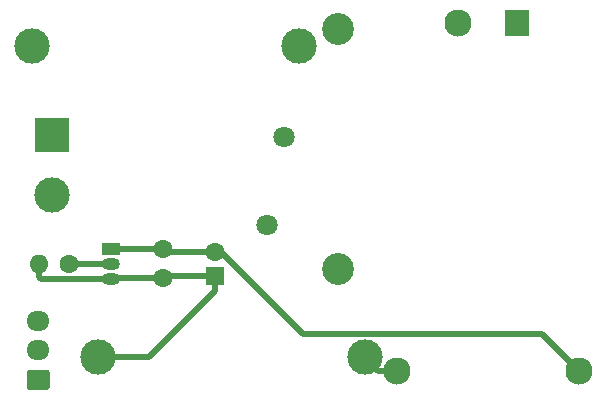
<source format=gbr>
%TF.GenerationSoftware,KiCad,Pcbnew,5.1.2-f72e74a~84~ubuntu18.04.1*%
%TF.CreationDate,2019-07-23T18:37:18+02:00*%
%TF.ProjectId,InWall-ACDC,496e5761-6c6c-42d4-9143-44432e6b6963,1.0*%
%TF.SameCoordinates,Original*%
%TF.FileFunction,Copper,L1,Top*%
%TF.FilePolarity,Positive*%
%FSLAX46Y46*%
G04 Gerber Fmt 4.6, Leading zero omitted, Abs format (unit mm)*
G04 Created by KiCad (PCBNEW 5.1.2-f72e74a~84~ubuntu18.04.1) date 2019-07-23 18:37:18*
%MOMM*%
%LPD*%
G04 APERTURE LIST*
%ADD10C,1.600000*%
%ADD11R,1.600000X1.600000*%
%ADD12C,2.300000*%
%ADD13R,2.000000X2.300000*%
%ADD14R,1.500000X1.050000*%
%ADD15O,1.500000X1.050000*%
%ADD16O,1.600000X1.600000*%
%ADD17O,1.950000X1.700000*%
%ADD18C,0.100000*%
%ADD19C,1.700000*%
%ADD20C,2.700000*%
%ADD21C,1.800000*%
%ADD22C,3.000000*%
%ADD23R,3.000000X3.000000*%
%ADD24C,0.500000*%
G04 APERTURE END LIST*
D10*
X179700000Y-71300000D03*
D11*
X179700000Y-73300000D03*
D12*
X195090000Y-81310000D03*
X200290000Y-51910000D03*
D13*
X205290000Y-51910000D03*
D12*
X210490000Y-81310000D03*
D14*
X170900000Y-71000000D03*
D15*
X170900000Y-73540000D03*
X170900000Y-72270000D03*
D16*
X164760000Y-72300000D03*
D10*
X167300000Y-72300000D03*
D17*
X164700000Y-77100000D03*
X164700000Y-79600000D03*
D18*
G36*
X165449504Y-81251204D02*
G01*
X165473773Y-81254804D01*
X165497571Y-81260765D01*
X165520671Y-81269030D01*
X165542849Y-81279520D01*
X165563893Y-81292133D01*
X165583598Y-81306747D01*
X165601777Y-81323223D01*
X165618253Y-81341402D01*
X165632867Y-81361107D01*
X165645480Y-81382151D01*
X165655970Y-81404329D01*
X165664235Y-81427429D01*
X165670196Y-81451227D01*
X165673796Y-81475496D01*
X165675000Y-81500000D01*
X165675000Y-82700000D01*
X165673796Y-82724504D01*
X165670196Y-82748773D01*
X165664235Y-82772571D01*
X165655970Y-82795671D01*
X165645480Y-82817849D01*
X165632867Y-82838893D01*
X165618253Y-82858598D01*
X165601777Y-82876777D01*
X165583598Y-82893253D01*
X165563893Y-82907867D01*
X165542849Y-82920480D01*
X165520671Y-82930970D01*
X165497571Y-82939235D01*
X165473773Y-82945196D01*
X165449504Y-82948796D01*
X165425000Y-82950000D01*
X163975000Y-82950000D01*
X163950496Y-82948796D01*
X163926227Y-82945196D01*
X163902429Y-82939235D01*
X163879329Y-82930970D01*
X163857151Y-82920480D01*
X163836107Y-82907867D01*
X163816402Y-82893253D01*
X163798223Y-82876777D01*
X163781747Y-82858598D01*
X163767133Y-82838893D01*
X163754520Y-82817849D01*
X163744030Y-82795671D01*
X163735765Y-82772571D01*
X163729804Y-82748773D01*
X163726204Y-82724504D01*
X163725000Y-82700000D01*
X163725000Y-81500000D01*
X163726204Y-81475496D01*
X163729804Y-81451227D01*
X163735765Y-81427429D01*
X163744030Y-81404329D01*
X163754520Y-81382151D01*
X163767133Y-81361107D01*
X163781747Y-81341402D01*
X163798223Y-81323223D01*
X163816402Y-81306747D01*
X163836107Y-81292133D01*
X163857151Y-81279520D01*
X163879329Y-81269030D01*
X163902429Y-81260765D01*
X163926227Y-81254804D01*
X163950496Y-81251204D01*
X163975000Y-81250000D01*
X165425000Y-81250000D01*
X165449504Y-81251204D01*
X165449504Y-81251204D01*
G37*
D19*
X164700000Y-82100000D03*
D20*
X190100000Y-52380000D03*
X190100000Y-72700000D03*
D21*
X185500000Y-61500000D03*
X184100000Y-69000000D03*
D22*
X165900000Y-66480000D03*
D23*
X165900000Y-61400000D03*
D22*
X192400000Y-80200000D03*
X169800000Y-80200000D03*
X164200000Y-53800000D03*
X186800000Y-53800000D03*
D10*
X175300000Y-71000000D03*
X175300000Y-73500000D03*
D24*
X180200002Y-71300000D02*
X179700000Y-71300000D01*
X187100001Y-78199999D02*
X180200002Y-71300000D01*
X207379999Y-78199999D02*
X187100001Y-78199999D01*
X210490000Y-81310000D02*
X207379999Y-78199999D01*
X175600000Y-71300000D02*
X175300000Y-71000000D01*
X179700000Y-71300000D02*
X175600000Y-71300000D01*
X175300000Y-71000000D02*
X170900000Y-71000000D01*
X175500000Y-73300000D02*
X175300000Y-73500000D01*
X179700000Y-73300000D02*
X175500000Y-73300000D01*
X170940000Y-73500000D02*
X170900000Y-73540000D01*
X175300000Y-73500000D02*
X170940000Y-73500000D01*
X179700000Y-74600000D02*
X179700000Y-73300000D01*
X174100000Y-80200000D02*
X179700000Y-74600000D01*
X169800000Y-80200000D02*
X174100000Y-80200000D01*
X169650000Y-73540000D02*
X170900000Y-73540000D01*
X169589999Y-73600001D02*
X169650000Y-73540000D01*
X164760000Y-73431370D02*
X164928631Y-73600001D01*
X164928631Y-73600001D02*
X169589999Y-73600001D01*
X164760000Y-72300000D02*
X164760000Y-73431370D01*
X167330000Y-72270000D02*
X167300000Y-72300000D01*
X170900000Y-72270000D02*
X167330000Y-72270000D01*
X193510000Y-81310000D02*
X192400000Y-80200000D01*
X195090000Y-81310000D02*
X193510000Y-81310000D01*
M02*

</source>
